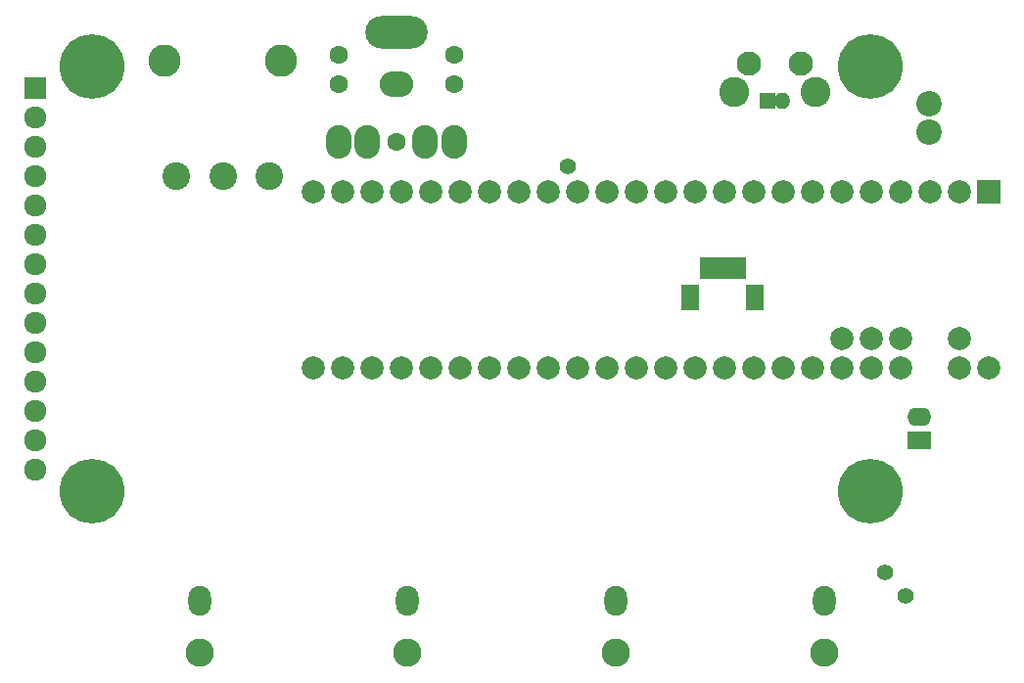
<source format=gbr>
G04 #@! TF.GenerationSoftware,KiCad,Pcbnew,(5.0.0-3-g5ebb6b6)*
G04 #@! TF.CreationDate,2018-10-17T11:41:48-06:00*
G04 #@! TF.ProjectId,teensy_beats,7465656E73795F62656174732E6B6963,rev?*
G04 #@! TF.SameCoordinates,Original*
G04 #@! TF.FileFunction,Soldermask,Bot*
G04 #@! TF.FilePolarity,Negative*
%FSLAX46Y46*%
G04 Gerber Fmt 4.6, Leading zero omitted, Abs format (unit mm)*
G04 Created by KiCad (PCBNEW (5.0.0-3-g5ebb6b6)) date Wednesday, October 17, 2018 at 11:41:48 AM*
%MOMM*%
%LPD*%
G01*
G04 APERTURE LIST*
%ADD10C,0.100000*%
%ADD11O,1.400000X1.400000*%
%ADD12R,1.400000X1.400000*%
%ADD13C,5.600000*%
%ADD14R,1.924000X1.924000*%
%ADD15C,1.924000*%
%ADD16C,2.000000*%
%ADD17R,2.000000X2.000000*%
%ADD18R,1.600000X2.200000*%
%ADD19R,1.000000X1.950000*%
%ADD20C,1.400000*%
%ADD21O,2.100000X1.600000*%
%ADD22R,2.100000X1.600000*%
%ADD23O,2.900000X2.200000*%
%ADD24O,2.200000X2.900000*%
%ADD25C,1.600000*%
%ADD26O,5.400000X2.800000*%
%ADD27O,1.950000X2.600000*%
%ADD28C,2.450000*%
%ADD29C,2.100000*%
%ADD30C,2.600000*%
%ADD31C,2.200000*%
%ADD32C,2.800000*%
%ADD33C,2.400000*%
G04 APERTURE END LIST*
D10*
G04 #@! TO.C,SW5*
X120393000Y-42500000D02*
G75*
G03X120393000Y-42500000I-1143000J0D01*
G01*
X125889000Y-40000000D02*
G75*
G03X125889000Y-40000000I-889000J0D01*
G01*
X121389000Y-40000000D02*
G75*
G03X121389000Y-40000000I-889000J0D01*
G01*
X127393000Y-42500000D02*
G75*
G03X127393000Y-42500000I-1143000J0D01*
G01*
G04 #@! TD*
D11*
G04 #@! TO.C,J4*
X123370000Y-43250000D03*
D12*
X122100000Y-43250000D03*
G04 #@! TD*
D13*
G04 #@! TO.C,U3*
X130990000Y-40280000D03*
X130990000Y-77000000D03*
X63730000Y-77000000D03*
X63730000Y-40280000D03*
D14*
X58810000Y-42130000D03*
D15*
X58810000Y-72610000D03*
X58810000Y-70070000D03*
X58810000Y-67530000D03*
X58810000Y-64990000D03*
X58810000Y-62450000D03*
X58810000Y-59910000D03*
X58810000Y-57370000D03*
X58810000Y-54830000D03*
X58810000Y-52290000D03*
X58810000Y-49750000D03*
X58810000Y-47210000D03*
X58810000Y-44670000D03*
X58810000Y-75150000D03*
G04 #@! TD*
D16*
G04 #@! TO.C,U1*
X128510000Y-63830000D03*
X131050000Y-63830000D03*
X133590000Y-63830000D03*
X138670000Y-63830000D03*
X141210000Y-66370000D03*
X138670000Y-66370000D03*
X133590000Y-66370000D03*
X131050000Y-66370000D03*
X128510000Y-66370000D03*
X125970000Y-66370000D03*
X123430000Y-66370000D03*
X120890000Y-66370000D03*
X118350000Y-66370000D03*
X115810000Y-66370000D03*
X113270000Y-66370000D03*
X110730000Y-66370000D03*
X108190000Y-66370000D03*
X105650000Y-66370000D03*
X103110000Y-66370000D03*
D17*
X141210000Y-51130000D03*
D16*
X138670000Y-51130000D03*
X136130000Y-51130000D03*
X133590000Y-51130000D03*
X131050000Y-51130000D03*
X128510000Y-51130000D03*
X125970000Y-51130000D03*
X123430000Y-51130000D03*
X120890000Y-51130000D03*
X118350000Y-51130000D03*
X115810000Y-51130000D03*
X113270000Y-51130000D03*
X110730000Y-51130000D03*
X100570000Y-66370000D03*
X98030000Y-66370000D03*
X95490000Y-66370000D03*
X92950000Y-66370000D03*
X90410000Y-66370000D03*
X87870000Y-66370000D03*
X85330000Y-66370000D03*
X82790000Y-66370000D03*
X82790000Y-51130000D03*
X85330000Y-51130000D03*
X87870000Y-51130000D03*
X90410000Y-51130000D03*
X108190000Y-51130000D03*
X105650000Y-51130000D03*
X103110000Y-51130000D03*
X92950000Y-51130000D03*
X95490000Y-51130000D03*
X98030000Y-51130000D03*
X100570000Y-51130000D03*
G04 #@! TD*
D18*
G04 #@! TO.C,J3*
X121050000Y-60237500D03*
X115450000Y-60237500D03*
D19*
X119750000Y-57712500D03*
X118750000Y-57712500D03*
X117750000Y-57712500D03*
X116750000Y-57712500D03*
G04 #@! TD*
D20*
G04 #@! TO.C,TP5*
X134025000Y-86075000D03*
G04 #@! TD*
G04 #@! TO.C,TP4*
X104875000Y-48950000D03*
G04 #@! TD*
G04 #@! TO.C,TP3*
X132250000Y-84075000D03*
G04 #@! TD*
D21*
G04 #@! TO.C,J1*
X135200000Y-70600000D03*
D22*
X135200000Y-72600000D03*
G04 #@! TD*
D23*
G04 #@! TO.C,J2*
X90000000Y-41790000D03*
D24*
X85000000Y-46790000D03*
X95000000Y-46790000D03*
X87500000Y-46790000D03*
X92500000Y-46790000D03*
D25*
X95000000Y-41790000D03*
X95000000Y-39290000D03*
X85000000Y-39290000D03*
X85000000Y-41790000D03*
D26*
X90000000Y-37290000D03*
D25*
X90000000Y-46790000D03*
G04 #@! TD*
D27*
G04 #@! TO.C,SW1*
X73000000Y-86500000D03*
D28*
X73000000Y-91000000D03*
G04 #@! TD*
D27*
G04 #@! TO.C,SW3*
X109000000Y-86500000D03*
D28*
X109000000Y-91000000D03*
G04 #@! TD*
D27*
G04 #@! TO.C,SW2*
X91000000Y-86500000D03*
D28*
X91000000Y-91000000D03*
G04 #@! TD*
D27*
G04 #@! TO.C,SW4*
X127000000Y-86500000D03*
D28*
X127000000Y-91000000D03*
G04 #@! TD*
D29*
G04 #@! TO.C,SW5*
X120500000Y-40000000D03*
X125000000Y-40000000D03*
D30*
X119250000Y-42500000D03*
X126250000Y-42500000D03*
G04 #@! TD*
D31*
G04 #@! TO.C,MK1*
X136100000Y-43500000D03*
X136100000Y-46000000D03*
G04 #@! TD*
D32*
G04 #@! TO.C,RV1*
X80000000Y-39750000D03*
X70000000Y-39750000D03*
D33*
X71000000Y-49750000D03*
X75000000Y-49750000D03*
X79000000Y-49750000D03*
G04 #@! TD*
M02*

</source>
